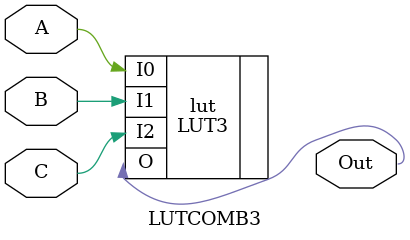
<source format=v>
`timescale 1ns / 1ps

//DEFAULT 00
module LUTCOMB3
#(parameter [8:0] INIT=8'h00)(
    input A,
    input B,
    input C,
    output Out
    );

LUT3 #(.INIT(INIT)) lut (
    .O(Out),
    .I0(A),
    .I1(B),
    .I2(C)
);
endmodule

</source>
